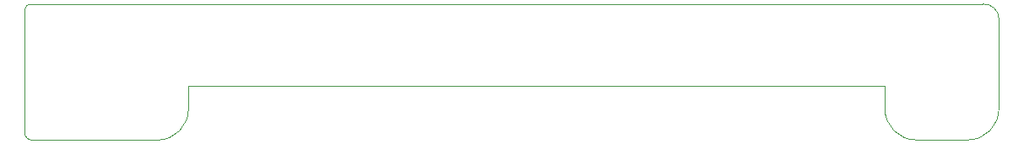
<source format=gbr>
%TF.GenerationSoftware,KiCad,Pcbnew,(6.0.6)*%
%TF.CreationDate,2023-03-10T08:43:38+05:30*%
%TF.ProjectId,ws2812-light,77733238-3132-42d6-9c69-6768742e6b69,rev?*%
%TF.SameCoordinates,Original*%
%TF.FileFunction,Profile,NP*%
%FSLAX46Y46*%
G04 Gerber Fmt 4.6, Leading zero omitted, Abs format (unit mm)*
G04 Created by KiCad (PCBNEW (6.0.6)) date 2023-03-10 08:43:38*
%MOMM*%
%LPD*%
G01*
G04 APERTURE LIST*
%TA.AperFunction,Profile*%
%ADD10C,0.100000*%
%TD*%
G04 APERTURE END LIST*
D10*
X161036000Y-120000000D02*
G75*
G03*
X164236000Y-123186000I3114353J-71993D01*
G01*
X161036000Y-117750000D02*
X161036000Y-120000000D01*
X169274625Y-123189380D02*
G75*
G03*
X172460625Y-119989380I71993J3114353D01*
G01*
X164236000Y-123186000D02*
X169274625Y-123189380D01*
X74775000Y-110036000D02*
X74775000Y-122450000D01*
X75500000Y-123200000D02*
X88000000Y-123200000D01*
X74775068Y-122450005D02*
G75*
G03*
X75500000Y-123200000I699532J-49195D01*
G01*
X88000000Y-123199996D02*
G75*
G03*
X91186000Y-120000000I72000J3114346D01*
G01*
X172465992Y-111000000D02*
G75*
G03*
X170850000Y-109525000I-1500592J-21300D01*
G01*
X91186000Y-117750000D02*
X91186000Y-120000000D01*
X91186000Y-117750000D02*
X161036000Y-117750000D01*
X75349999Y-109525012D02*
G75*
G03*
X74775000Y-110036000I-32899J-541988D01*
G01*
X75350000Y-109525000D02*
X170850000Y-109525000D01*
X172466000Y-111000000D02*
X172460625Y-119989380D01*
M02*

</source>
